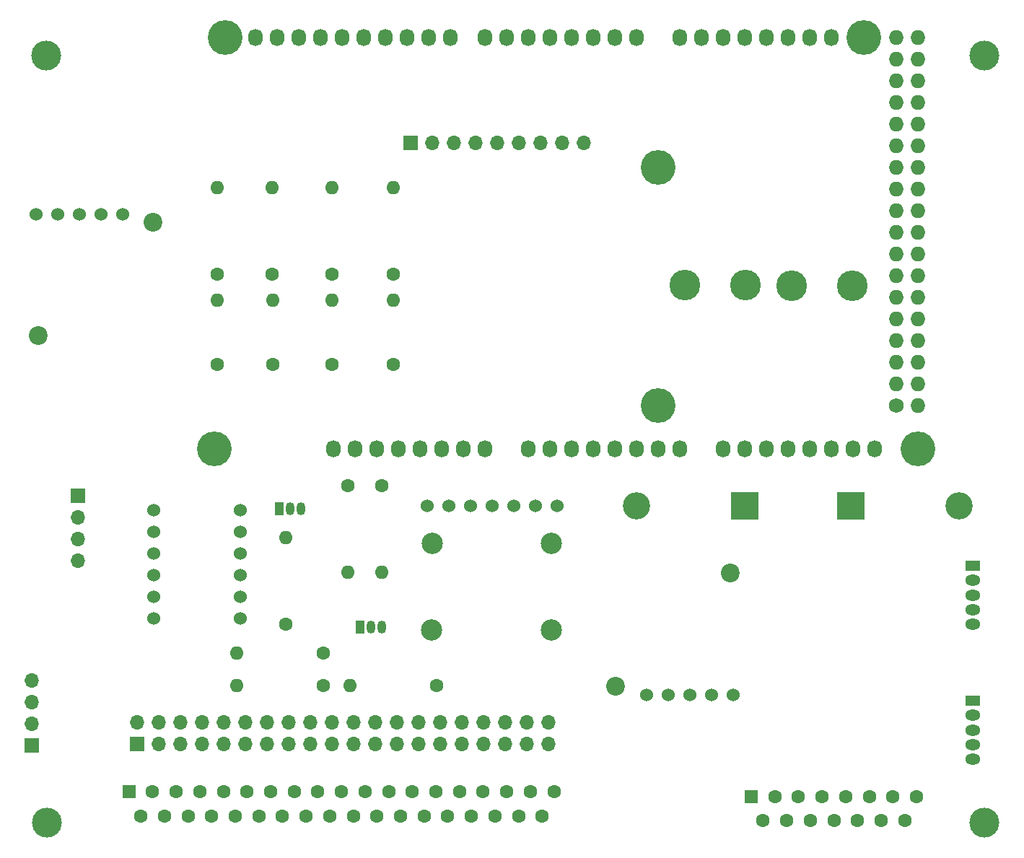
<source format=gbr>
G04 #@! TF.GenerationSoftware,KiCad,Pcbnew,(5.1.5)-3*
G04 #@! TF.CreationDate,2020-04-13T23:59:43-04:00*
G04 #@! TF.ProjectId,Deck_Plate_PCB,4465636b-5f50-46c6-9174-655f5043422e,A*
G04 #@! TF.SameCoordinates,Original*
G04 #@! TF.FileFunction,Soldermask,Bot*
G04 #@! TF.FilePolarity,Negative*
%FSLAX46Y46*%
G04 Gerber Fmt 4.6, Leading zero omitted, Abs format (unit mm)*
G04 Created by KiCad (PCBNEW (5.1.5)-3) date 2020-04-13 23:59:43*
%MOMM*%
%LPD*%
G04 APERTURE LIST*
%ADD10R,1.600000X1.600000*%
%ADD11C,1.600000*%
%ADD12C,2.200000*%
%ADD13C,1.524000*%
%ADD14C,3.600000*%
%ADD15C,2.500000*%
%ADD16O,1.600000X1.600000*%
%ADD17O,1.700000X1.700000*%
%ADD18R,1.700000X1.700000*%
%ADD19O,3.200000X3.200000*%
%ADD20R,3.200000X3.200000*%
%ADD21C,3.500000*%
%ADD22O,1.800000X1.275000*%
%ADD23R,1.800000X1.275000*%
%ADD24R,1.050000X1.500000*%
%ADD25O,1.050000X1.500000*%
%ADD26C,1.727200*%
%ADD27O,1.727200X1.727200*%
%ADD28O,1.727200X2.032000*%
%ADD29C,4.064000*%
G04 APERTURE END LIST*
D10*
X95570000Y-137390000D03*
D11*
X98340000Y-137390000D03*
X101110000Y-137390000D03*
X103880000Y-137390000D03*
X106650000Y-137390000D03*
X109420000Y-137390000D03*
X112190000Y-137390000D03*
X114960000Y-137390000D03*
X117730000Y-137390000D03*
X120500000Y-137390000D03*
X123270000Y-137390000D03*
X126040000Y-137390000D03*
X128810000Y-137390000D03*
X131580000Y-137390000D03*
X134350000Y-137390000D03*
X137120000Y-137390000D03*
X139890000Y-137390000D03*
X142660000Y-137390000D03*
X145430000Y-137390000D03*
X96955000Y-140230000D03*
X99725000Y-140230000D03*
X102495000Y-140230000D03*
X105265000Y-140230000D03*
X108035000Y-140230000D03*
X110805000Y-140230000D03*
X113575000Y-140230000D03*
X116345000Y-140230000D03*
X119115000Y-140230000D03*
X121885000Y-140230000D03*
X124655000Y-140230000D03*
X127425000Y-140230000D03*
X130195000Y-140230000D03*
X132965000Y-140230000D03*
X135735000Y-140230000D03*
X138505000Y-140230000D03*
X141275000Y-140230000D03*
X144045000Y-140230000D03*
D12*
X84960000Y-83909200D03*
X98430000Y-70599200D03*
D13*
X94795000Y-69630000D03*
X92255000Y-69630000D03*
X89715000Y-69630000D03*
X87175000Y-69630000D03*
X84635000Y-69630000D03*
D14*
X160820000Y-77930000D03*
X167930000Y-77930000D03*
X180400000Y-78000000D03*
X173290000Y-78000000D03*
D15*
X145130000Y-108280000D03*
X131120000Y-108290000D03*
X131110000Y-118440000D03*
D12*
X166090000Y-111739200D03*
X152628600Y-124993400D03*
D15*
X145140000Y-118450000D03*
D16*
X125196600Y-111658400D03*
D11*
X125196600Y-101498400D03*
D16*
X126550000Y-66500000D03*
D11*
X126550000Y-76660000D03*
D16*
X105890000Y-66530000D03*
D11*
X105890000Y-76690000D03*
D16*
X112400000Y-66530000D03*
D11*
X112400000Y-76690000D03*
D16*
X126580000Y-79740000D03*
D11*
X126580000Y-87240000D03*
D16*
X105910000Y-79730000D03*
D11*
X105910000Y-87230000D03*
D16*
X112420000Y-79760000D03*
D11*
X112420000Y-87260000D03*
D17*
X144754600Y-129235200D03*
X144754600Y-131775200D03*
X142214600Y-129235200D03*
X142214600Y-131775200D03*
X139674600Y-129235200D03*
X139674600Y-131775200D03*
X137134600Y-129235200D03*
X137134600Y-131775200D03*
X134594600Y-129235200D03*
X134594600Y-131775200D03*
X132054600Y-129235200D03*
X132054600Y-131775200D03*
X129514600Y-129235200D03*
X129514600Y-131775200D03*
X126974600Y-129235200D03*
X126974600Y-131775200D03*
X124434600Y-129235200D03*
X124434600Y-131775200D03*
X121894600Y-129235200D03*
X121894600Y-131775200D03*
X119354600Y-129235200D03*
X119354600Y-131775200D03*
X116814600Y-129235200D03*
X116814600Y-131775200D03*
X114274600Y-129235200D03*
X114274600Y-131775200D03*
X111734600Y-129235200D03*
X111734600Y-131775200D03*
X109194600Y-129235200D03*
X109194600Y-131775200D03*
X106654600Y-129235200D03*
X106654600Y-131775200D03*
X104114600Y-129235200D03*
X104114600Y-131775200D03*
X101574600Y-129235200D03*
X101574600Y-131775200D03*
X99034600Y-129235200D03*
X99034600Y-131775200D03*
X96494600Y-129235200D03*
D18*
X96494600Y-131775200D03*
D16*
X119380000Y-66510000D03*
D11*
X119380000Y-76670000D03*
D16*
X119350000Y-79760000D03*
D11*
X119350000Y-87260000D03*
D17*
X84150000Y-124330000D03*
X84150000Y-126870000D03*
X84150000Y-129410000D03*
D18*
X84150000Y-131950000D03*
D19*
X155080000Y-103820000D03*
D20*
X167780000Y-103820000D03*
D19*
X192980000Y-103810000D03*
D20*
X180280000Y-103810000D03*
D17*
X148971000Y-61264800D03*
X146431000Y-61264800D03*
X143891000Y-61264800D03*
X141351000Y-61264800D03*
X138811000Y-61264800D03*
X136271000Y-61264800D03*
X133731000Y-61264800D03*
X131191000Y-61264800D03*
D18*
X128651000Y-61264800D03*
D17*
X89580000Y-110290000D03*
X89580000Y-107750000D03*
X89580000Y-105210000D03*
D18*
X89580000Y-102670000D03*
D21*
X195961000Y-141020800D03*
X195961000Y-50977800D03*
X85979000Y-141020800D03*
X85852000Y-50977800D03*
D10*
X168580000Y-137940000D03*
D11*
X171350000Y-137940000D03*
X174120000Y-137940000D03*
X176890000Y-137940000D03*
X179660000Y-137940000D03*
X182430000Y-137940000D03*
X185200000Y-137940000D03*
X187970000Y-137940000D03*
X169965000Y-140780000D03*
X172735000Y-140780000D03*
X175505000Y-140780000D03*
X178275000Y-140780000D03*
X181045000Y-140780000D03*
X183815000Y-140780000D03*
X186585000Y-140780000D03*
D16*
X108229400Y-124917200D03*
D11*
X118389400Y-124917200D03*
D16*
X108204000Y-121107200D03*
D11*
X118364000Y-121107200D03*
D16*
X121462800Y-124917200D03*
D11*
X131622800Y-124917200D03*
D16*
X121259600Y-111633000D03*
D11*
X121259600Y-101473000D03*
D16*
X113969800Y-107594400D03*
D11*
X113969800Y-117754400D03*
D22*
X194540000Y-133546000D03*
X194540000Y-131846000D03*
X194540000Y-130146000D03*
X194540000Y-128446000D03*
D23*
X194540000Y-126746000D03*
D24*
X122707400Y-118033800D03*
D25*
X125247400Y-118033800D03*
X123977400Y-118033800D03*
D24*
X113182400Y-104165400D03*
D25*
X115722400Y-104165400D03*
X114452400Y-104165400D03*
D13*
X130530600Y-103835200D03*
X133070600Y-103835200D03*
X135610600Y-103835200D03*
X138150600Y-103835200D03*
X140690600Y-103835200D03*
X143230600Y-103835200D03*
X145770600Y-103835200D03*
X98475800Y-117068600D03*
X98475800Y-114528600D03*
X98475800Y-111988600D03*
X98475800Y-109448600D03*
X98475800Y-106908600D03*
X98475800Y-104368600D03*
X108635800Y-117068600D03*
X108635800Y-114528600D03*
X108635800Y-111988600D03*
X108635800Y-109448600D03*
X108635800Y-106908600D03*
X108635800Y-104368600D03*
D22*
X194610000Y-117710000D03*
X194610000Y-116010000D03*
X194610000Y-114310000D03*
X194610000Y-112610000D03*
D23*
X194610000Y-110910000D03*
D13*
X156260800Y-126009400D03*
X158800800Y-126009400D03*
X161340800Y-126009400D03*
X163880800Y-126009400D03*
X166420800Y-126009400D03*
D26*
X185572400Y-92075000D03*
D27*
X188112400Y-92075000D03*
X185572400Y-89535000D03*
X188112400Y-89535000D03*
X185572400Y-86995000D03*
X188112400Y-86995000D03*
X185572400Y-84455000D03*
X188112400Y-84455000D03*
X185572400Y-81915000D03*
X188112400Y-81915000D03*
X185572400Y-79375000D03*
X188112400Y-79375000D03*
X185572400Y-76835000D03*
X188112400Y-76835000D03*
X185572400Y-74295000D03*
X188112400Y-74295000D03*
X185572400Y-71755000D03*
X188112400Y-71755000D03*
X185572400Y-69215000D03*
X188112400Y-69215000D03*
X185572400Y-66675000D03*
X188112400Y-66675000D03*
X185572400Y-64135000D03*
X188112400Y-64135000D03*
X185572400Y-61595000D03*
X188112400Y-61595000D03*
X185572400Y-59055000D03*
X188112400Y-59055000D03*
X185572400Y-56515000D03*
X188112400Y-56515000D03*
X185572400Y-53975000D03*
X188112400Y-53975000D03*
X185572400Y-51435000D03*
X188112400Y-51435000D03*
X185572400Y-48895000D03*
X188112400Y-48895000D03*
D28*
X119532400Y-97155000D03*
X122072400Y-97155000D03*
X124612400Y-97155000D03*
X127152400Y-97155000D03*
X129692400Y-97155000D03*
X132232400Y-97155000D03*
X134772400Y-97155000D03*
X137312400Y-97155000D03*
X142392400Y-97155000D03*
X144932400Y-97155000D03*
X147472400Y-97155000D03*
X150012400Y-97155000D03*
X152552400Y-97155000D03*
X155092400Y-97155000D03*
X157632400Y-97155000D03*
X160172400Y-97155000D03*
X165252400Y-97155000D03*
X167792400Y-97155000D03*
X170332400Y-97155000D03*
X172872400Y-97155000D03*
X175412400Y-97155000D03*
X177952400Y-97155000D03*
X180492400Y-97155000D03*
X183032400Y-97155000D03*
X110388400Y-48895000D03*
X112928400Y-48895000D03*
X115468400Y-48895000D03*
X118008400Y-48895000D03*
X120548400Y-48895000D03*
X123088400Y-48895000D03*
X125628400Y-48895000D03*
X128168400Y-48895000D03*
X130708400Y-48895000D03*
X133248400Y-48895000D03*
X137312400Y-48895000D03*
X139852400Y-48895000D03*
X142392400Y-48895000D03*
X144932400Y-48895000D03*
X147472400Y-48895000D03*
X150012400Y-48895000D03*
X152552400Y-48895000D03*
X155092400Y-48895000D03*
X160172400Y-48895000D03*
X162712400Y-48895000D03*
X165252400Y-48895000D03*
X167792400Y-48895000D03*
X170332400Y-48895000D03*
X172872400Y-48895000D03*
X175412400Y-48895000D03*
X177952400Y-48895000D03*
D29*
X105562400Y-97155000D03*
X157632400Y-92075000D03*
X188112400Y-97155000D03*
X106832400Y-48895000D03*
X157632400Y-64135000D03*
X181762400Y-48895000D03*
M02*

</source>
